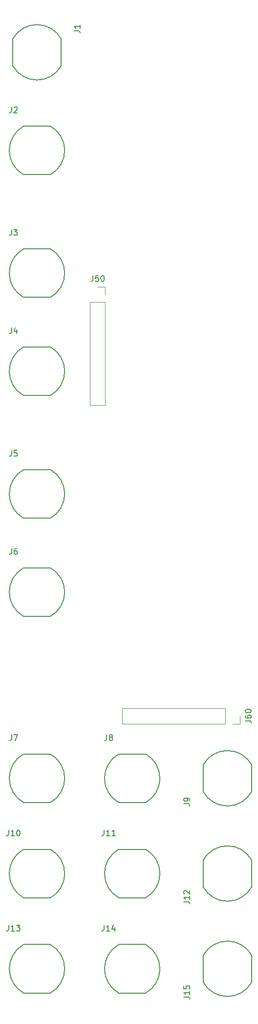
<source format=gto>
%TF.GenerationSoftware,KiCad,Pcbnew,9.0.0*%
%TF.CreationDate,2025-03-15T22:53:43+01:00*%
%TF.ProjectId,DMH_Multiverter_Mk2_PCB_Conn,444d485f-4d75-46c7-9469-766572746572,1*%
%TF.SameCoordinates,Original*%
%TF.FileFunction,Legend,Top*%
%TF.FilePolarity,Positive*%
%FSLAX46Y46*%
G04 Gerber Fmt 4.6, Leading zero omitted, Abs format (unit mm)*
G04 Created by KiCad (PCBNEW 9.0.0) date 2025-03-15 22:53:43*
%MOMM*%
%LPD*%
G01*
G04 APERTURE LIST*
G04 Aperture macros list*
%AMHorizOval*
0 Thick line with rounded ends*
0 $1 width*
0 $2 $3 position (X,Y) of the first rounded end (center of the circle)*
0 $4 $5 position (X,Y) of the second rounded end (center of the circle)*
0 Add line between two ends*
20,1,$1,$2,$3,$4,$5,0*
0 Add two circle primitives to create the rounded ends*
1,1,$1,$2,$3*
1,1,$1,$4,$5*%
G04 Aperture macros list end*
%ADD10C,0.150000*%
%ADD11C,0.120000*%
%ADD12HorizOval,1.712000X-0.533159X-0.533159X0.533159X0.533159X0*%
%ADD13O,1.712000X3.220000*%
%ADD14O,3.220000X1.712000*%
%ADD15HorizOval,1.712000X-0.533159X0.533159X0.533159X-0.533159X0*%
%ADD16R,1.700000X1.700000*%
%ADD17O,1.700000X1.700000*%
G04 APERTURE END LIST*
D10*
X53615476Y-184704819D02*
X53615476Y-185419104D01*
X53615476Y-185419104D02*
X53567857Y-185561961D01*
X53567857Y-185561961D02*
X53472619Y-185657200D01*
X53472619Y-185657200D02*
X53329762Y-185704819D01*
X53329762Y-185704819D02*
X53234524Y-185704819D01*
X54615476Y-185704819D02*
X54044048Y-185704819D01*
X54329762Y-185704819D02*
X54329762Y-184704819D01*
X54329762Y-184704819D02*
X54234524Y-184847676D01*
X54234524Y-184847676D02*
X54139286Y-184942914D01*
X54139286Y-184942914D02*
X54044048Y-184990533D01*
X55234524Y-184704819D02*
X55329762Y-184704819D01*
X55329762Y-184704819D02*
X55425000Y-184752438D01*
X55425000Y-184752438D02*
X55472619Y-184800057D01*
X55472619Y-184800057D02*
X55520238Y-184895295D01*
X55520238Y-184895295D02*
X55567857Y-185085771D01*
X55567857Y-185085771D02*
X55567857Y-185323866D01*
X55567857Y-185323866D02*
X55520238Y-185514342D01*
X55520238Y-185514342D02*
X55472619Y-185609580D01*
X55472619Y-185609580D02*
X55425000Y-185657200D01*
X55425000Y-185657200D02*
X55329762Y-185704819D01*
X55329762Y-185704819D02*
X55234524Y-185704819D01*
X55234524Y-185704819D02*
X55139286Y-185657200D01*
X55139286Y-185657200D02*
X55091667Y-185609580D01*
X55091667Y-185609580D02*
X55044048Y-185514342D01*
X55044048Y-185514342D02*
X54996429Y-185323866D01*
X54996429Y-185323866D02*
X54996429Y-185085771D01*
X54996429Y-185085771D02*
X55044048Y-184895295D01*
X55044048Y-184895295D02*
X55091667Y-184800057D01*
X55091667Y-184800057D02*
X55139286Y-184752438D01*
X55139286Y-184752438D02*
X55234524Y-184704819D01*
X83954819Y-180158333D02*
X84669104Y-180158333D01*
X84669104Y-180158333D02*
X84811961Y-180205952D01*
X84811961Y-180205952D02*
X84907200Y-180301190D01*
X84907200Y-180301190D02*
X84954819Y-180444047D01*
X84954819Y-180444047D02*
X84954819Y-180539285D01*
X84954819Y-179634523D02*
X84954819Y-179444047D01*
X84954819Y-179444047D02*
X84907200Y-179348809D01*
X84907200Y-179348809D02*
X84859580Y-179301190D01*
X84859580Y-179301190D02*
X84716723Y-179205952D01*
X84716723Y-179205952D02*
X84526247Y-179158333D01*
X84526247Y-179158333D02*
X84145295Y-179158333D01*
X84145295Y-179158333D02*
X84050057Y-179205952D01*
X84050057Y-179205952D02*
X84002438Y-179253571D01*
X84002438Y-179253571D02*
X83954819Y-179348809D01*
X83954819Y-179348809D02*
X83954819Y-179539285D01*
X83954819Y-179539285D02*
X84002438Y-179634523D01*
X84002438Y-179634523D02*
X84050057Y-179682142D01*
X84050057Y-179682142D02*
X84145295Y-179729761D01*
X84145295Y-179729761D02*
X84383390Y-179729761D01*
X84383390Y-179729761D02*
X84478628Y-179682142D01*
X84478628Y-179682142D02*
X84526247Y-179634523D01*
X84526247Y-179634523D02*
X84573866Y-179539285D01*
X84573866Y-179539285D02*
X84573866Y-179348809D01*
X84573866Y-179348809D02*
X84526247Y-179253571D01*
X84526247Y-179253571D02*
X84478628Y-179205952D01*
X84478628Y-179205952D02*
X84383390Y-179158333D01*
X54091666Y-135954819D02*
X54091666Y-136669104D01*
X54091666Y-136669104D02*
X54044047Y-136811961D01*
X54044047Y-136811961D02*
X53948809Y-136907200D01*
X53948809Y-136907200D02*
X53805952Y-136954819D01*
X53805952Y-136954819D02*
X53710714Y-136954819D01*
X54996428Y-135954819D02*
X54805952Y-135954819D01*
X54805952Y-135954819D02*
X54710714Y-136002438D01*
X54710714Y-136002438D02*
X54663095Y-136050057D01*
X54663095Y-136050057D02*
X54567857Y-136192914D01*
X54567857Y-136192914D02*
X54520238Y-136383390D01*
X54520238Y-136383390D02*
X54520238Y-136764342D01*
X54520238Y-136764342D02*
X54567857Y-136859580D01*
X54567857Y-136859580D02*
X54615476Y-136907200D01*
X54615476Y-136907200D02*
X54710714Y-136954819D01*
X54710714Y-136954819D02*
X54901190Y-136954819D01*
X54901190Y-136954819D02*
X54996428Y-136907200D01*
X54996428Y-136907200D02*
X55044047Y-136859580D01*
X55044047Y-136859580D02*
X55091666Y-136764342D01*
X55091666Y-136764342D02*
X55091666Y-136526247D01*
X55091666Y-136526247D02*
X55044047Y-136431009D01*
X55044047Y-136431009D02*
X54996428Y-136383390D01*
X54996428Y-136383390D02*
X54901190Y-136335771D01*
X54901190Y-136335771D02*
X54710714Y-136335771D01*
X54710714Y-136335771D02*
X54615476Y-136383390D01*
X54615476Y-136383390D02*
X54567857Y-136431009D01*
X54567857Y-136431009D02*
X54520238Y-136526247D01*
X68190476Y-88684819D02*
X68190476Y-89399104D01*
X68190476Y-89399104D02*
X68142857Y-89541961D01*
X68142857Y-89541961D02*
X68047619Y-89637200D01*
X68047619Y-89637200D02*
X67904762Y-89684819D01*
X67904762Y-89684819D02*
X67809524Y-89684819D01*
X69142857Y-88684819D02*
X68666667Y-88684819D01*
X68666667Y-88684819D02*
X68619048Y-89161009D01*
X68619048Y-89161009D02*
X68666667Y-89113390D01*
X68666667Y-89113390D02*
X68761905Y-89065771D01*
X68761905Y-89065771D02*
X69000000Y-89065771D01*
X69000000Y-89065771D02*
X69095238Y-89113390D01*
X69095238Y-89113390D02*
X69142857Y-89161009D01*
X69142857Y-89161009D02*
X69190476Y-89256247D01*
X69190476Y-89256247D02*
X69190476Y-89494342D01*
X69190476Y-89494342D02*
X69142857Y-89589580D01*
X69142857Y-89589580D02*
X69095238Y-89637200D01*
X69095238Y-89637200D02*
X69000000Y-89684819D01*
X69000000Y-89684819D02*
X68761905Y-89684819D01*
X68761905Y-89684819D02*
X68666667Y-89637200D01*
X68666667Y-89637200D02*
X68619048Y-89589580D01*
X69809524Y-88684819D02*
X69904762Y-88684819D01*
X69904762Y-88684819D02*
X70000000Y-88732438D01*
X70000000Y-88732438D02*
X70047619Y-88780057D01*
X70047619Y-88780057D02*
X70095238Y-88875295D01*
X70095238Y-88875295D02*
X70142857Y-89065771D01*
X70142857Y-89065771D02*
X70142857Y-89303866D01*
X70142857Y-89303866D02*
X70095238Y-89494342D01*
X70095238Y-89494342D02*
X70047619Y-89589580D01*
X70047619Y-89589580D02*
X70000000Y-89637200D01*
X70000000Y-89637200D02*
X69904762Y-89684819D01*
X69904762Y-89684819D02*
X69809524Y-89684819D01*
X69809524Y-89684819D02*
X69714286Y-89637200D01*
X69714286Y-89637200D02*
X69666667Y-89589580D01*
X69666667Y-89589580D02*
X69619048Y-89494342D01*
X69619048Y-89494342D02*
X69571429Y-89303866D01*
X69571429Y-89303866D02*
X69571429Y-89065771D01*
X69571429Y-89065771D02*
X69619048Y-88875295D01*
X69619048Y-88875295D02*
X69666667Y-88780057D01*
X69666667Y-88780057D02*
X69714286Y-88732438D01*
X69714286Y-88732438D02*
X69809524Y-88684819D01*
X64954819Y-46258333D02*
X65669104Y-46258333D01*
X65669104Y-46258333D02*
X65811961Y-46305952D01*
X65811961Y-46305952D02*
X65907200Y-46401190D01*
X65907200Y-46401190D02*
X65954819Y-46544047D01*
X65954819Y-46544047D02*
X65954819Y-46639285D01*
X65954819Y-45258333D02*
X65954819Y-45829761D01*
X65954819Y-45544047D02*
X64954819Y-45544047D01*
X64954819Y-45544047D02*
X65097676Y-45639285D01*
X65097676Y-45639285D02*
X65192914Y-45734523D01*
X65192914Y-45734523D02*
X65240533Y-45829761D01*
X70591666Y-168204819D02*
X70591666Y-168919104D01*
X70591666Y-168919104D02*
X70544047Y-169061961D01*
X70544047Y-169061961D02*
X70448809Y-169157200D01*
X70448809Y-169157200D02*
X70305952Y-169204819D01*
X70305952Y-169204819D02*
X70210714Y-169204819D01*
X71210714Y-168633390D02*
X71115476Y-168585771D01*
X71115476Y-168585771D02*
X71067857Y-168538152D01*
X71067857Y-168538152D02*
X71020238Y-168442914D01*
X71020238Y-168442914D02*
X71020238Y-168395295D01*
X71020238Y-168395295D02*
X71067857Y-168300057D01*
X71067857Y-168300057D02*
X71115476Y-168252438D01*
X71115476Y-168252438D02*
X71210714Y-168204819D01*
X71210714Y-168204819D02*
X71401190Y-168204819D01*
X71401190Y-168204819D02*
X71496428Y-168252438D01*
X71496428Y-168252438D02*
X71544047Y-168300057D01*
X71544047Y-168300057D02*
X71591666Y-168395295D01*
X71591666Y-168395295D02*
X71591666Y-168442914D01*
X71591666Y-168442914D02*
X71544047Y-168538152D01*
X71544047Y-168538152D02*
X71496428Y-168585771D01*
X71496428Y-168585771D02*
X71401190Y-168633390D01*
X71401190Y-168633390D02*
X71210714Y-168633390D01*
X71210714Y-168633390D02*
X71115476Y-168681009D01*
X71115476Y-168681009D02*
X71067857Y-168728628D01*
X71067857Y-168728628D02*
X71020238Y-168823866D01*
X71020238Y-168823866D02*
X71020238Y-169014342D01*
X71020238Y-169014342D02*
X71067857Y-169109580D01*
X71067857Y-169109580D02*
X71115476Y-169157200D01*
X71115476Y-169157200D02*
X71210714Y-169204819D01*
X71210714Y-169204819D02*
X71401190Y-169204819D01*
X71401190Y-169204819D02*
X71496428Y-169157200D01*
X71496428Y-169157200D02*
X71544047Y-169109580D01*
X71544047Y-169109580D02*
X71591666Y-169014342D01*
X71591666Y-169014342D02*
X71591666Y-168823866D01*
X71591666Y-168823866D02*
X71544047Y-168728628D01*
X71544047Y-168728628D02*
X71496428Y-168681009D01*
X71496428Y-168681009D02*
X71401190Y-168633390D01*
X54091666Y-168204819D02*
X54091666Y-168919104D01*
X54091666Y-168919104D02*
X54044047Y-169061961D01*
X54044047Y-169061961D02*
X53948809Y-169157200D01*
X53948809Y-169157200D02*
X53805952Y-169204819D01*
X53805952Y-169204819D02*
X53710714Y-169204819D01*
X54472619Y-168204819D02*
X55139285Y-168204819D01*
X55139285Y-168204819D02*
X54710714Y-169204819D01*
X94599819Y-165784523D02*
X95314104Y-165784523D01*
X95314104Y-165784523D02*
X95456961Y-165832142D01*
X95456961Y-165832142D02*
X95552200Y-165927380D01*
X95552200Y-165927380D02*
X95599819Y-166070237D01*
X95599819Y-166070237D02*
X95599819Y-166165475D01*
X94599819Y-164879761D02*
X94599819Y-165070237D01*
X94599819Y-165070237D02*
X94647438Y-165165475D01*
X94647438Y-165165475D02*
X94695057Y-165213094D01*
X94695057Y-165213094D02*
X94837914Y-165308332D01*
X94837914Y-165308332D02*
X95028390Y-165355951D01*
X95028390Y-165355951D02*
X95409342Y-165355951D01*
X95409342Y-165355951D02*
X95504580Y-165308332D01*
X95504580Y-165308332D02*
X95552200Y-165260713D01*
X95552200Y-165260713D02*
X95599819Y-165165475D01*
X95599819Y-165165475D02*
X95599819Y-164974999D01*
X95599819Y-164974999D02*
X95552200Y-164879761D01*
X95552200Y-164879761D02*
X95504580Y-164832142D01*
X95504580Y-164832142D02*
X95409342Y-164784523D01*
X95409342Y-164784523D02*
X95171247Y-164784523D01*
X95171247Y-164784523D02*
X95076009Y-164832142D01*
X95076009Y-164832142D02*
X95028390Y-164879761D01*
X95028390Y-164879761D02*
X94980771Y-164974999D01*
X94980771Y-164974999D02*
X94980771Y-165165475D01*
X94980771Y-165165475D02*
X95028390Y-165260713D01*
X95028390Y-165260713D02*
X95076009Y-165308332D01*
X95076009Y-165308332D02*
X95171247Y-165355951D01*
X94599819Y-164165475D02*
X94599819Y-164070237D01*
X94599819Y-164070237D02*
X94647438Y-163974999D01*
X94647438Y-163974999D02*
X94695057Y-163927380D01*
X94695057Y-163927380D02*
X94790295Y-163879761D01*
X94790295Y-163879761D02*
X94980771Y-163832142D01*
X94980771Y-163832142D02*
X95218866Y-163832142D01*
X95218866Y-163832142D02*
X95409342Y-163879761D01*
X95409342Y-163879761D02*
X95504580Y-163927380D01*
X95504580Y-163927380D02*
X95552200Y-163974999D01*
X95552200Y-163974999D02*
X95599819Y-164070237D01*
X95599819Y-164070237D02*
X95599819Y-164165475D01*
X95599819Y-164165475D02*
X95552200Y-164260713D01*
X95552200Y-164260713D02*
X95504580Y-164308332D01*
X95504580Y-164308332D02*
X95409342Y-164355951D01*
X95409342Y-164355951D02*
X95218866Y-164403570D01*
X95218866Y-164403570D02*
X94980771Y-164403570D01*
X94980771Y-164403570D02*
X94790295Y-164355951D01*
X94790295Y-164355951D02*
X94695057Y-164308332D01*
X94695057Y-164308332D02*
X94647438Y-164260713D01*
X94647438Y-164260713D02*
X94599819Y-164165475D01*
X70115476Y-184704819D02*
X70115476Y-185419104D01*
X70115476Y-185419104D02*
X70067857Y-185561961D01*
X70067857Y-185561961D02*
X69972619Y-185657200D01*
X69972619Y-185657200D02*
X69829762Y-185704819D01*
X69829762Y-185704819D02*
X69734524Y-185704819D01*
X71115476Y-185704819D02*
X70544048Y-185704819D01*
X70829762Y-185704819D02*
X70829762Y-184704819D01*
X70829762Y-184704819D02*
X70734524Y-184847676D01*
X70734524Y-184847676D02*
X70639286Y-184942914D01*
X70639286Y-184942914D02*
X70544048Y-184990533D01*
X72067857Y-185704819D02*
X71496429Y-185704819D01*
X71782143Y-185704819D02*
X71782143Y-184704819D01*
X71782143Y-184704819D02*
X71686905Y-184847676D01*
X71686905Y-184847676D02*
X71591667Y-184942914D01*
X71591667Y-184942914D02*
X71496429Y-184990533D01*
X53615476Y-201204819D02*
X53615476Y-201919104D01*
X53615476Y-201919104D02*
X53567857Y-202061961D01*
X53567857Y-202061961D02*
X53472619Y-202157200D01*
X53472619Y-202157200D02*
X53329762Y-202204819D01*
X53329762Y-202204819D02*
X53234524Y-202204819D01*
X54615476Y-202204819D02*
X54044048Y-202204819D01*
X54329762Y-202204819D02*
X54329762Y-201204819D01*
X54329762Y-201204819D02*
X54234524Y-201347676D01*
X54234524Y-201347676D02*
X54139286Y-201442914D01*
X54139286Y-201442914D02*
X54044048Y-201490533D01*
X54948810Y-201204819D02*
X55567857Y-201204819D01*
X55567857Y-201204819D02*
X55234524Y-201585771D01*
X55234524Y-201585771D02*
X55377381Y-201585771D01*
X55377381Y-201585771D02*
X55472619Y-201633390D01*
X55472619Y-201633390D02*
X55520238Y-201681009D01*
X55520238Y-201681009D02*
X55567857Y-201776247D01*
X55567857Y-201776247D02*
X55567857Y-202014342D01*
X55567857Y-202014342D02*
X55520238Y-202109580D01*
X55520238Y-202109580D02*
X55472619Y-202157200D01*
X55472619Y-202157200D02*
X55377381Y-202204819D01*
X55377381Y-202204819D02*
X55091667Y-202204819D01*
X55091667Y-202204819D02*
X54996429Y-202157200D01*
X54996429Y-202157200D02*
X54948810Y-202109580D01*
X83954819Y-213634523D02*
X84669104Y-213634523D01*
X84669104Y-213634523D02*
X84811961Y-213682142D01*
X84811961Y-213682142D02*
X84907200Y-213777380D01*
X84907200Y-213777380D02*
X84954819Y-213920237D01*
X84954819Y-213920237D02*
X84954819Y-214015475D01*
X84954819Y-212634523D02*
X84954819Y-213205951D01*
X84954819Y-212920237D02*
X83954819Y-212920237D01*
X83954819Y-212920237D02*
X84097676Y-213015475D01*
X84097676Y-213015475D02*
X84192914Y-213110713D01*
X84192914Y-213110713D02*
X84240533Y-213205951D01*
X83954819Y-211729761D02*
X83954819Y-212205951D01*
X83954819Y-212205951D02*
X84431009Y-212253570D01*
X84431009Y-212253570D02*
X84383390Y-212205951D01*
X84383390Y-212205951D02*
X84335771Y-212110713D01*
X84335771Y-212110713D02*
X84335771Y-211872618D01*
X84335771Y-211872618D02*
X84383390Y-211777380D01*
X84383390Y-211777380D02*
X84431009Y-211729761D01*
X84431009Y-211729761D02*
X84526247Y-211682142D01*
X84526247Y-211682142D02*
X84764342Y-211682142D01*
X84764342Y-211682142D02*
X84859580Y-211729761D01*
X84859580Y-211729761D02*
X84907200Y-211777380D01*
X84907200Y-211777380D02*
X84954819Y-211872618D01*
X84954819Y-211872618D02*
X84954819Y-212110713D01*
X84954819Y-212110713D02*
X84907200Y-212205951D01*
X84907200Y-212205951D02*
X84859580Y-212253570D01*
X83954819Y-197134523D02*
X84669104Y-197134523D01*
X84669104Y-197134523D02*
X84811961Y-197182142D01*
X84811961Y-197182142D02*
X84907200Y-197277380D01*
X84907200Y-197277380D02*
X84954819Y-197420237D01*
X84954819Y-197420237D02*
X84954819Y-197515475D01*
X84954819Y-196134523D02*
X84954819Y-196705951D01*
X84954819Y-196420237D02*
X83954819Y-196420237D01*
X83954819Y-196420237D02*
X84097676Y-196515475D01*
X84097676Y-196515475D02*
X84192914Y-196610713D01*
X84192914Y-196610713D02*
X84240533Y-196705951D01*
X84050057Y-195753570D02*
X84002438Y-195705951D01*
X84002438Y-195705951D02*
X83954819Y-195610713D01*
X83954819Y-195610713D02*
X83954819Y-195372618D01*
X83954819Y-195372618D02*
X84002438Y-195277380D01*
X84002438Y-195277380D02*
X84050057Y-195229761D01*
X84050057Y-195229761D02*
X84145295Y-195182142D01*
X84145295Y-195182142D02*
X84240533Y-195182142D01*
X84240533Y-195182142D02*
X84383390Y-195229761D01*
X84383390Y-195229761D02*
X84954819Y-195801189D01*
X84954819Y-195801189D02*
X84954819Y-195182142D01*
X54091666Y-118954819D02*
X54091666Y-119669104D01*
X54091666Y-119669104D02*
X54044047Y-119811961D01*
X54044047Y-119811961D02*
X53948809Y-119907200D01*
X53948809Y-119907200D02*
X53805952Y-119954819D01*
X53805952Y-119954819D02*
X53710714Y-119954819D01*
X55044047Y-118954819D02*
X54567857Y-118954819D01*
X54567857Y-118954819D02*
X54520238Y-119431009D01*
X54520238Y-119431009D02*
X54567857Y-119383390D01*
X54567857Y-119383390D02*
X54663095Y-119335771D01*
X54663095Y-119335771D02*
X54901190Y-119335771D01*
X54901190Y-119335771D02*
X54996428Y-119383390D01*
X54996428Y-119383390D02*
X55044047Y-119431009D01*
X55044047Y-119431009D02*
X55091666Y-119526247D01*
X55091666Y-119526247D02*
X55091666Y-119764342D01*
X55091666Y-119764342D02*
X55044047Y-119859580D01*
X55044047Y-119859580D02*
X54996428Y-119907200D01*
X54996428Y-119907200D02*
X54901190Y-119954819D01*
X54901190Y-119954819D02*
X54663095Y-119954819D01*
X54663095Y-119954819D02*
X54567857Y-119907200D01*
X54567857Y-119907200D02*
X54520238Y-119859580D01*
X54091666Y-80704819D02*
X54091666Y-81419104D01*
X54091666Y-81419104D02*
X54044047Y-81561961D01*
X54044047Y-81561961D02*
X53948809Y-81657200D01*
X53948809Y-81657200D02*
X53805952Y-81704819D01*
X53805952Y-81704819D02*
X53710714Y-81704819D01*
X54472619Y-80704819D02*
X55091666Y-80704819D01*
X55091666Y-80704819D02*
X54758333Y-81085771D01*
X54758333Y-81085771D02*
X54901190Y-81085771D01*
X54901190Y-81085771D02*
X54996428Y-81133390D01*
X54996428Y-81133390D02*
X55044047Y-81181009D01*
X55044047Y-81181009D02*
X55091666Y-81276247D01*
X55091666Y-81276247D02*
X55091666Y-81514342D01*
X55091666Y-81514342D02*
X55044047Y-81609580D01*
X55044047Y-81609580D02*
X54996428Y-81657200D01*
X54996428Y-81657200D02*
X54901190Y-81704819D01*
X54901190Y-81704819D02*
X54615476Y-81704819D01*
X54615476Y-81704819D02*
X54520238Y-81657200D01*
X54520238Y-81657200D02*
X54472619Y-81609580D01*
X54091666Y-97704819D02*
X54091666Y-98419104D01*
X54091666Y-98419104D02*
X54044047Y-98561961D01*
X54044047Y-98561961D02*
X53948809Y-98657200D01*
X53948809Y-98657200D02*
X53805952Y-98704819D01*
X53805952Y-98704819D02*
X53710714Y-98704819D01*
X54996428Y-98038152D02*
X54996428Y-98704819D01*
X54758333Y-97657200D02*
X54520238Y-98371485D01*
X54520238Y-98371485D02*
X55139285Y-98371485D01*
X54091666Y-59454819D02*
X54091666Y-60169104D01*
X54091666Y-60169104D02*
X54044047Y-60311961D01*
X54044047Y-60311961D02*
X53948809Y-60407200D01*
X53948809Y-60407200D02*
X53805952Y-60454819D01*
X53805952Y-60454819D02*
X53710714Y-60454819D01*
X54520238Y-59550057D02*
X54567857Y-59502438D01*
X54567857Y-59502438D02*
X54663095Y-59454819D01*
X54663095Y-59454819D02*
X54901190Y-59454819D01*
X54901190Y-59454819D02*
X54996428Y-59502438D01*
X54996428Y-59502438D02*
X55044047Y-59550057D01*
X55044047Y-59550057D02*
X55091666Y-59645295D01*
X55091666Y-59645295D02*
X55091666Y-59740533D01*
X55091666Y-59740533D02*
X55044047Y-59883390D01*
X55044047Y-59883390D02*
X54472619Y-60454819D01*
X54472619Y-60454819D02*
X55091666Y-60454819D01*
X70115476Y-201204819D02*
X70115476Y-201919104D01*
X70115476Y-201919104D02*
X70067857Y-202061961D01*
X70067857Y-202061961D02*
X69972619Y-202157200D01*
X69972619Y-202157200D02*
X69829762Y-202204819D01*
X69829762Y-202204819D02*
X69734524Y-202204819D01*
X71115476Y-202204819D02*
X70544048Y-202204819D01*
X70829762Y-202204819D02*
X70829762Y-201204819D01*
X70829762Y-201204819D02*
X70734524Y-201347676D01*
X70734524Y-201347676D02*
X70639286Y-201442914D01*
X70639286Y-201442914D02*
X70544048Y-201490533D01*
X71972619Y-201538152D02*
X71972619Y-202204819D01*
X71734524Y-201157200D02*
X71496429Y-201871485D01*
X71496429Y-201871485D02*
X72115476Y-201871485D01*
%TO.C,J10*%
X58500000Y-188050000D02*
X56150000Y-188050000D01*
X58500000Y-188050000D02*
X60850000Y-188050000D01*
X58500000Y-196450000D02*
X56150000Y-196450000D01*
X58500000Y-196450000D02*
X60850000Y-196450000D01*
X53700000Y-192250000D02*
G75*
G02*
X56156222Y-188061121I4800000J0D01*
G01*
X56156222Y-196438879D02*
G75*
G02*
X53700000Y-192250000I2343778J4188879D01*
G01*
X60843778Y-188061121D02*
G75*
G02*
X63300000Y-192250000I-2343781J-4188881D01*
G01*
X63300000Y-192250000D02*
G75*
G02*
X60843778Y-196438879I-4800003J2D01*
G01*
%TO.C,J9*%
X87300000Y-175750000D02*
X87300000Y-173400000D01*
X87300000Y-175750000D02*
X87300000Y-178100000D01*
X95700000Y-175750000D02*
X95700000Y-173400000D01*
X95700000Y-175750000D02*
X95700000Y-178100000D01*
X87311121Y-173406222D02*
G75*
G02*
X91500000Y-170950000I4188881J-2343781D01*
G01*
X91500000Y-170950000D02*
G75*
G02*
X95688879Y-173406222I-2J-4800003D01*
G01*
X91500000Y-180550000D02*
G75*
G02*
X87311121Y-178093778I0J4800000D01*
G01*
X95688879Y-178093778D02*
G75*
G02*
X91500000Y-180550000I-4188879J2343778D01*
G01*
%TO.C,J6*%
X58500000Y-139300000D02*
X56150000Y-139300000D01*
X58500000Y-139300000D02*
X60850000Y-139300000D01*
X58500000Y-147700000D02*
X56150000Y-147700000D01*
X58500000Y-147700000D02*
X60850000Y-147700000D01*
X53700000Y-143500000D02*
G75*
G02*
X56156222Y-139311121I4800000J0D01*
G01*
X56156222Y-147688879D02*
G75*
G02*
X53700000Y-143500000I2343778J4188879D01*
G01*
X60843778Y-139311121D02*
G75*
G02*
X63300000Y-143500000I-2343781J-4188881D01*
G01*
X63300000Y-143500000D02*
G75*
G02*
X60843778Y-147688879I-4800003J2D01*
G01*
D11*
%TO.C,J50*%
X67670000Y-93270000D02*
X67670000Y-111110000D01*
X67670000Y-93270000D02*
X70330000Y-93270000D01*
X67670000Y-111110000D02*
X70330000Y-111110000D01*
X69000000Y-90670000D02*
X70330000Y-90670000D01*
X70330000Y-90670000D02*
X70330000Y-92000000D01*
X70330000Y-93270000D02*
X70330000Y-111110000D01*
D10*
%TO.C,J1*%
X54300000Y-50000000D02*
X54300000Y-47650000D01*
X54300000Y-50000000D02*
X54300000Y-52350000D01*
X62700000Y-50000000D02*
X62700000Y-47650000D01*
X62700000Y-50000000D02*
X62700000Y-52350000D01*
X54311121Y-47656222D02*
G75*
G02*
X58500000Y-45200000I4188879J-2343778D01*
G01*
X58500000Y-45200000D02*
G75*
G02*
X62688879Y-47656222I0J-4800000D01*
G01*
X58500000Y-54800000D02*
G75*
G02*
X54311121Y-52343778I2J4800003D01*
G01*
X62688879Y-52343778D02*
G75*
G02*
X58500000Y-54800000I-4188881J2343781D01*
G01*
%TO.C,J8*%
X75000000Y-171550000D02*
X72650000Y-171550000D01*
X75000000Y-171550000D02*
X77350000Y-171550000D01*
X75000000Y-179950000D02*
X72650000Y-179950000D01*
X75000000Y-179950000D02*
X77350000Y-179950000D01*
X70200000Y-175750000D02*
G75*
G02*
X72656222Y-171561121I4800000J0D01*
G01*
X72656222Y-179938879D02*
G75*
G02*
X70200000Y-175750000I2343778J4188879D01*
G01*
X77343778Y-171561121D02*
G75*
G02*
X79800000Y-175750000I-2343781J-4188881D01*
G01*
X79800000Y-175750000D02*
G75*
G02*
X77343778Y-179938879I-4800003J2D01*
G01*
%TO.C,J7*%
X58500000Y-171550000D02*
X56150000Y-171550000D01*
X58500000Y-171550000D02*
X60850000Y-171550000D01*
X58500000Y-179950000D02*
X56150000Y-179950000D01*
X58500000Y-179950000D02*
X60850000Y-179950000D01*
X53700000Y-175750000D02*
G75*
G02*
X56156222Y-171561121I4800000J0D01*
G01*
X56156222Y-179938879D02*
G75*
G02*
X53700000Y-175750000I2343778J4188879D01*
G01*
X60843778Y-171561121D02*
G75*
G02*
X63300000Y-175750000I-2343781J-4188881D01*
G01*
X63300000Y-175750000D02*
G75*
G02*
X60843778Y-179938879I-4800003J2D01*
G01*
D11*
%TO.C,J60*%
X73265000Y-163645000D02*
X73265000Y-166305000D01*
X91105000Y-163645000D02*
X73265000Y-163645000D01*
X91105000Y-163645000D02*
X91105000Y-166305000D01*
X91105000Y-166305000D02*
X73265000Y-166305000D01*
X93705000Y-164975000D02*
X93705000Y-166305000D01*
X93705000Y-166305000D02*
X92375000Y-166305000D01*
D10*
%TO.C,J11*%
X75000000Y-188050000D02*
X72650000Y-188050000D01*
X75000000Y-188050000D02*
X77350000Y-188050000D01*
X75000000Y-196450000D02*
X72650000Y-196450000D01*
X75000000Y-196450000D02*
X77350000Y-196450000D01*
X70200000Y-192250000D02*
G75*
G02*
X72656222Y-188061121I4800000J0D01*
G01*
X72656222Y-196438879D02*
G75*
G02*
X70200000Y-192250000I2343778J4188879D01*
G01*
X77343778Y-188061121D02*
G75*
G02*
X79800000Y-192250000I-2343781J-4188881D01*
G01*
X79800000Y-192250000D02*
G75*
G02*
X77343778Y-196438879I-4800003J2D01*
G01*
%TO.C,J13*%
X58500000Y-204550000D02*
X56150000Y-204550000D01*
X58500000Y-204550000D02*
X60850000Y-204550000D01*
X58500000Y-212950000D02*
X56150000Y-212950000D01*
X58500000Y-212950000D02*
X60850000Y-212950000D01*
X53700000Y-208750000D02*
G75*
G02*
X56156222Y-204561121I4800000J0D01*
G01*
X56156222Y-212938879D02*
G75*
G02*
X53700000Y-208750000I2343778J4188879D01*
G01*
X60843778Y-204561121D02*
G75*
G02*
X63300000Y-208750000I-2343781J-4188881D01*
G01*
X63300000Y-208750000D02*
G75*
G02*
X60843778Y-212938879I-4800003J2D01*
G01*
%TO.C,J15*%
X87300000Y-208750000D02*
X87300000Y-206400000D01*
X87300000Y-208750000D02*
X87300000Y-211100000D01*
X95700000Y-208750000D02*
X95700000Y-206400000D01*
X95700000Y-208750000D02*
X95700000Y-211100000D01*
X87311121Y-206406222D02*
G75*
G02*
X91500000Y-203950000I4188881J-2343781D01*
G01*
X91500000Y-203950000D02*
G75*
G02*
X95688879Y-206406222I-2J-4800003D01*
G01*
X91500000Y-213550000D02*
G75*
G02*
X87311121Y-211093778I0J4800000D01*
G01*
X95688879Y-211093778D02*
G75*
G02*
X91500000Y-213550000I-4188879J2343778D01*
G01*
%TO.C,J12*%
X87300000Y-192250000D02*
X87300000Y-189900000D01*
X87300000Y-192250000D02*
X87300000Y-194600000D01*
X95700000Y-192250000D02*
X95700000Y-189900000D01*
X95700000Y-192250000D02*
X95700000Y-194600000D01*
X87311121Y-189906222D02*
G75*
G02*
X91500000Y-187450000I4188881J-2343781D01*
G01*
X91500000Y-187450000D02*
G75*
G02*
X95688879Y-189906222I-2J-4800003D01*
G01*
X91500000Y-197050000D02*
G75*
G02*
X87311121Y-194593778I0J4800000D01*
G01*
X95688879Y-194593778D02*
G75*
G02*
X91500000Y-197050000I-4188879J2343778D01*
G01*
%TO.C,J5*%
X58500000Y-122300000D02*
X56150000Y-122300000D01*
X58500000Y-122300000D02*
X60850000Y-122300000D01*
X58500000Y-130700000D02*
X56150000Y-130700000D01*
X58500000Y-130700000D02*
X60850000Y-130700000D01*
X53700000Y-126500000D02*
G75*
G02*
X56156222Y-122311121I4800000J0D01*
G01*
X56156222Y-130688879D02*
G75*
G02*
X53700000Y-126500000I2343778J4188879D01*
G01*
X60843778Y-122311121D02*
G75*
G02*
X63300000Y-126500000I-2343781J-4188881D01*
G01*
X63300000Y-126500000D02*
G75*
G02*
X60843778Y-130688879I-4800003J2D01*
G01*
%TO.C,J3*%
X58500000Y-84050000D02*
X56150000Y-84050000D01*
X58500000Y-84050000D02*
X60850000Y-84050000D01*
X58500000Y-92450000D02*
X56150000Y-92450000D01*
X58500000Y-92450000D02*
X60850000Y-92450000D01*
X53700000Y-88250000D02*
G75*
G02*
X56156222Y-84061121I4800000J0D01*
G01*
X56156222Y-92438879D02*
G75*
G02*
X53700000Y-88250000I2343778J4188879D01*
G01*
X60843778Y-84061121D02*
G75*
G02*
X63300000Y-88250000I-2343781J-4188881D01*
G01*
X63300000Y-88250000D02*
G75*
G02*
X60843778Y-92438879I-4800003J2D01*
G01*
%TO.C,J4*%
X58500000Y-101050000D02*
X56150000Y-101050000D01*
X58500000Y-101050000D02*
X60850000Y-101050000D01*
X58500000Y-109450000D02*
X56150000Y-109450000D01*
X58500000Y-109450000D02*
X60850000Y-109450000D01*
X53700000Y-105250000D02*
G75*
G02*
X56156222Y-101061121I4800000J0D01*
G01*
X56156222Y-109438879D02*
G75*
G02*
X53700000Y-105250000I2343778J4188879D01*
G01*
X60843778Y-101061121D02*
G75*
G02*
X63300000Y-105250000I-2343781J-4188881D01*
G01*
X63300000Y-105250000D02*
G75*
G02*
X60843778Y-109438879I-4800003J2D01*
G01*
%TO.C,J2*%
X58500000Y-62800000D02*
X56150000Y-62800000D01*
X58500000Y-62800000D02*
X60850000Y-62800000D01*
X58500000Y-71200000D02*
X56150000Y-71200000D01*
X58500000Y-71200000D02*
X60850000Y-71200000D01*
X53700000Y-67000000D02*
G75*
G02*
X56156222Y-62811121I4800000J0D01*
G01*
X56156222Y-71188879D02*
G75*
G02*
X53700000Y-67000000I2343778J4188879D01*
G01*
X60843778Y-62811121D02*
G75*
G02*
X63300000Y-67000000I-2343781J-4188881D01*
G01*
X63300000Y-67000000D02*
G75*
G02*
X60843778Y-71188879I-4800003J2D01*
G01*
%TO.C,J14*%
X75000000Y-204550000D02*
X72650000Y-204550000D01*
X75000000Y-204550000D02*
X77350000Y-204550000D01*
X75000000Y-212950000D02*
X72650000Y-212950000D01*
X75000000Y-212950000D02*
X77350000Y-212950000D01*
X70200000Y-208750000D02*
G75*
G02*
X72656222Y-204561121I4800000J0D01*
G01*
X72656222Y-212938879D02*
G75*
G02*
X70200000Y-208750000I2343778J4188879D01*
G01*
X77343778Y-204561121D02*
G75*
G02*
X79800000Y-208750000I-2343781J-4188881D01*
G01*
X79800000Y-208750000D02*
G75*
G02*
X77343778Y-212938879I-4800003J2D01*
G01*
%TD*%
%LPC*%
D12*
%TO.C,J10*%
X53903810Y-187653810D03*
D13*
X65000000Y-191750000D03*
D14*
X61000000Y-185750000D03*
%TD*%
D15*
%TO.C,J9*%
X86903810Y-180346190D03*
D14*
X91000000Y-169250000D03*
D13*
X85000000Y-173250000D03*
%TD*%
D12*
%TO.C,J6*%
X53903810Y-138903810D03*
D13*
X65000000Y-143000000D03*
D14*
X61000000Y-137000000D03*
%TD*%
D16*
%TO.C,J50*%
X69000000Y-92000000D03*
D17*
X69000000Y-94540000D03*
X69000000Y-97080000D03*
X69000000Y-99620000D03*
X69000000Y-102160000D03*
X69000000Y-104700000D03*
X69000000Y-107240000D03*
X69000000Y-109780000D03*
%TD*%
D15*
%TO.C,J1*%
X63096190Y-45403810D03*
D14*
X59000000Y-56500000D03*
D13*
X65000000Y-52500000D03*
%TD*%
D12*
%TO.C,J8*%
X70403810Y-171153810D03*
D13*
X81500000Y-175250000D03*
D14*
X77500000Y-169250000D03*
%TD*%
D12*
%TO.C,J7*%
X53903810Y-171153810D03*
D13*
X65000000Y-175250000D03*
D14*
X61000000Y-169250000D03*
%TD*%
D16*
%TO.C,J60*%
X92375000Y-164975000D03*
D17*
X89835000Y-164975000D03*
X87295000Y-164975000D03*
X84755000Y-164975000D03*
X82215000Y-164975000D03*
X79675000Y-164975000D03*
X77135000Y-164975000D03*
X74595000Y-164975000D03*
%TD*%
D12*
%TO.C,J11*%
X70403810Y-187653810D03*
D13*
X81500000Y-191750000D03*
D14*
X77500000Y-185750000D03*
%TD*%
D12*
%TO.C,J13*%
X53903810Y-204153810D03*
D13*
X65000000Y-208250000D03*
D14*
X61000000Y-202250000D03*
%TD*%
D15*
%TO.C,J15*%
X86903810Y-213346190D03*
D14*
X91000000Y-202250000D03*
D13*
X85000000Y-206250000D03*
%TD*%
D15*
%TO.C,J12*%
X86903810Y-196846190D03*
D14*
X91000000Y-185750000D03*
D13*
X85000000Y-189750000D03*
%TD*%
D12*
%TO.C,J5*%
X53903810Y-121903810D03*
D13*
X65000000Y-126000000D03*
D14*
X61000000Y-120000000D03*
%TD*%
D12*
%TO.C,J3*%
X53903810Y-83653810D03*
D13*
X65000000Y-87750000D03*
D14*
X61000000Y-81750000D03*
%TD*%
D12*
%TO.C,J4*%
X53903810Y-100653810D03*
D13*
X65000000Y-104750000D03*
D14*
X61000000Y-98750000D03*
%TD*%
D12*
%TO.C,J2*%
X53903810Y-62403810D03*
D13*
X65000000Y-66500000D03*
D14*
X61000000Y-60500000D03*
%TD*%
D12*
%TO.C,J14*%
X70403810Y-204153810D03*
D13*
X81500000Y-208250000D03*
D14*
X77500000Y-202250000D03*
%TD*%
%LPD*%
M02*

</source>
